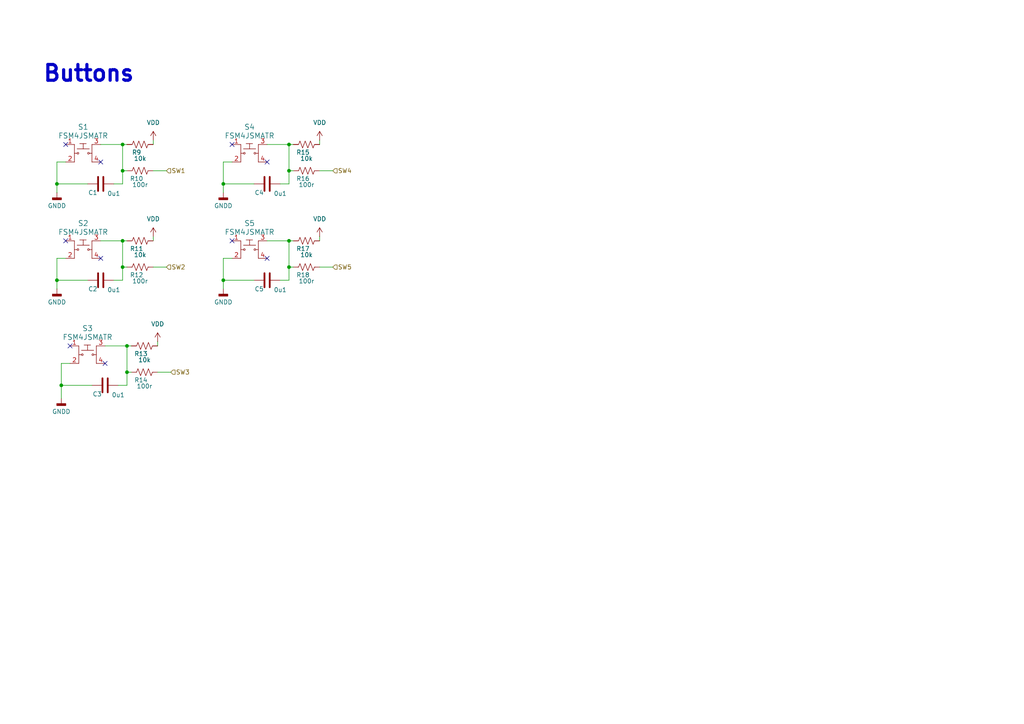
<source format=kicad_sch>
(kicad_sch (version 20250114) (generator "eeschema") (generator_version "9.0")
  (paper "A4")
  (lib_symbols
    (symbol "Device:C" (pin_numbers (hide yes)) (pin_names (offset 0.254))
      (property "Reference" "C" (at 0.635 2.54 0))
      (property "Value" "C" (at 0.635 -2.54 0))
      (symbol "C_0_1"
        (polyline (pts (xy -2.032 0.762) (xy 2.032 0.762)) (stroke (width 0.508)))
        (polyline (pts (xy -2.032 -0.762) (xy 2.032 -0.762)) (stroke (width 0.508)))
      )
      (symbol "C_1_1"
        (pin passive line (at 0 3.81 270) (length 2.794) (name "~") (number "1"))
        (pin passive line (at 0 -3.81 90) (length 2.794) (name "~") (number "2"))
      )
    )
    (symbol "Device:R_US" (pin_numbers (hide yes)) (pin_names (offset 0))
      (property "Reference" "R" (at 2.54 0 90))
      (property "Value" "R_US" (at -2.54 0 90))
      (symbol "R_US_0_1"
        (polyline (pts (xy 0 2.286) (xy 0 2.54)))
        (polyline (pts (xy 0 2.286) (xy 1.016 1.905) (xy 0 1.524) (xy -1.016 1.143) (xy 0 0.762)))
        (polyline (pts (xy 0 0.762) (xy 1.016 0.381) (xy 0 0) (xy -1.016 -0.381) (xy 0 -0.762)))
        (polyline (pts (xy 0 -0.762) (xy 1.016 -1.143) (xy 0 -1.524) (xy -1.016 -1.905) (xy 0 -2.286)))
        (polyline (pts (xy 0 -2.286) (xy 0 -2.54)))
      )
      (symbol "R_US_1_1"
        (pin passive line (at 0 3.81 270) (length 1.27) (name "~") (number "1"))
        (pin passive line (at 0 -3.81 90) (length 1.27) (name "~") (number "2"))
      )
    )
    (symbol "dk_Tactile-Switches:FSM4JSMATR" (pin_names (offset 1.016))
      (property "Reference" "S" (at 0 5.08 0))
      (property "Value" "FSM4JSMATR" (at 0 -5.08 0))
      (symbol "FSM4JSMATR_0_1"
        (polyline (pts (xy -2.54 2.54) (xy -2.54 -2.54)))
        (polyline (pts (xy -1.778 1.27) (xy 1.778 1.27)))
        (polyline (pts (xy -1.778 0) (xy -2.54 0)))
        (circle (center -1.524 0) (radius 0.254))
        (circle (center 1.524 0) (radius 0.254))
        (polyline (pts (xy 2.54 0) (xy 1.778 0)))
        (polyline (pts (xy 2.54 -2.54) (xy 2.54 2.54)))
      )
      (symbol "FSM4JSMATR_1_1"
        (polyline (pts (xy -1.016 2.794) (xy 0.889 2.794)))
        (polyline (pts (xy 0 2.794) (xy 0 1.27)))
        (pin passive line (at -5.08 2.54 0) (length 2.54) (name "~") (number "1"))
        (pin passive line (at -5.08 -2.54 0) (length 2.54) (name "~") (number "2"))
        (pin passive line (at 5.08 2.54 180) (length 2.54) (name "~") (number "3"))
        (pin passive line (at 5.08 -2.54 180) (length 2.54) (name "~") (number "4"))
      )
    )
    (symbol "power:GNDD" (power) (pin_numbers (hide yes)) (pin_names (offset 0) (hide yes))
      (property "Value" "GNDD" (at 0 -3.175 0))
      (symbol "GNDD_0_1"
        (rectangle (start -1.27 -1.524) (end 1.27 -2.032) (stroke (width 0.254)) (fill (type outline)))
        (polyline (pts (xy 0 0) (xy 0 -1.524)))
      )
      (symbol "GNDD_1_1"
        (pin power_in line (at 0 0 270) (length 0) (name "~") (number "1"))
      )
    )
    (symbol "power:VDD" (power) (pin_numbers (hide yes)) (pin_names (offset 0) (hide yes))
      (property "Value" "VDD" (at 0 3.556 0))
      (symbol "VDD_0_1"
        (polyline (pts (xy -0.762 1.27) (xy 0 2.54)))
        (polyline (pts (xy 0 2.54) (xy 0.762 1.27)))
        (polyline (pts (xy 0 0) (xy 0 2.54)))
      )
      (symbol "VDD_1_1"
        (pin power_in line (at 0 0 90) (length 0) (name "~") (number "1"))
      )
    )
  )
  (text "Buttons" (at 12.192 24.13 0) (effects (font (size 4.572 4.572) (thickness 0.9144) (bold yes)) (justify left bottom)))
  (junction (at 64.77 81.28))
  (junction (at 16.51 53.34))
  (junction (at 83.82 41.91))
  (junction (at 83.82 77.47))
  (junction (at 36.83 100.33))
  (junction (at 35.56 77.47))
  (junction (at 35.56 41.91))
  (junction (at 83.82 69.85))
  (junction (at 35.56 69.85))
  (junction (at 16.51 81.28))
  (junction (at 64.77 53.34))
  (junction (at 36.83 107.95))
  (junction (at 83.82 49.53))
  (junction (at 17.78 111.76))
  (junction (at 35.56 49.53))
  (no_connect (at 30.48 105.41))
  (no_connect (at 19.05 69.85))
  (no_connect (at 29.21 46.99))
  (no_connect (at 29.21 74.93))
  (no_connect (at 77.47 46.99))
  (no_connect (at 19.05 41.91))
  (no_connect (at 67.31 41.91))
  (no_connect (at 20.32 100.33))
  (no_connect (at 67.31 69.85))
  (no_connect (at 77.47 74.93))
  (wire (pts (xy 83.82 81.28) (xy 83.82 77.47)))
  (wire (pts (xy 83.82 53.34) (xy 83.82 49.53)))
  (wire (pts (xy 36.83 49.53) (xy 35.56 49.53)))
  (wire (pts (xy 81.28 53.34) (xy 83.82 53.34)))
  (wire (pts (xy 35.56 53.34) (xy 35.56 49.53)))
  (wire (pts (xy 92.71 49.53) (xy 96.52 49.53)))
  (wire (pts (xy 16.51 81.28) (xy 25.4 81.28)))
  (wire (pts (xy 19.05 46.99) (xy 16.51 46.99)))
  (wire (pts (xy 83.82 41.91) (xy 83.82 49.53)))
  (wire (pts (xy 36.83 100.33) (xy 36.83 107.95)))
  (wire (pts (xy 16.51 81.28) (xy 16.51 83.82)))
  (wire (pts (xy 67.31 74.93) (xy 64.77 74.93)))
  (wire (pts (xy 64.77 53.34) (xy 64.77 55.88)))
  (wire (pts (xy 64.77 81.28) (xy 73.66 81.28)))
  (wire (pts (xy 83.82 69.85) (xy 85.09 69.85)))
  (wire (pts (xy 44.45 49.53) (xy 48.26 49.53)))
  (wire (pts (xy 83.82 41.91) (xy 85.09 41.91)))
  (wire (pts (xy 77.47 69.85) (xy 83.82 69.85)))
  (wire (pts (xy 44.45 77.47) (xy 48.26 77.47)))
  (wire (pts (xy 64.77 53.34) (xy 73.66 53.34)))
  (wire (pts (xy 64.77 46.99) (xy 64.77 53.34)))
  (wire (pts (xy 45.72 107.95) (xy 49.53 107.95)))
  (wire (pts (xy 33.02 53.34) (xy 35.56 53.34)))
  (wire (pts (xy 35.56 69.85) (xy 35.56 77.47)))
  (wire (pts (xy 17.78 105.41) (xy 17.78 111.76)))
  (wire (pts (xy 35.56 69.85) (xy 36.83 69.85)))
  (wire (pts (xy 16.51 46.99) (xy 16.51 53.34)))
  (wire (pts (xy 67.31 46.99) (xy 64.77 46.99)))
  (wire (pts (xy 36.83 111.76) (xy 36.83 107.95)))
  (wire (pts (xy 16.51 53.34) (xy 25.4 53.34)))
  (wire (pts (xy 20.32 105.41) (xy 17.78 105.41)))
  (wire (pts (xy 44.45 40.64) (xy 44.45 41.91)))
  (wire (pts (xy 85.09 49.53) (xy 83.82 49.53)))
  (wire (pts (xy 19.05 74.93) (xy 16.51 74.93)))
  (wire (pts (xy 38.1 107.95) (xy 36.83 107.95)))
  (wire (pts (xy 36.83 100.33) (xy 38.1 100.33)))
  (wire (pts (xy 34.29 111.76) (xy 36.83 111.76)))
  (wire (pts (xy 16.51 74.93) (xy 16.51 81.28)))
  (wire (pts (xy 92.71 77.47) (xy 96.52 77.47)))
  (wire (pts (xy 35.56 41.91) (xy 35.56 49.53)))
  (wire (pts (xy 29.21 41.91) (xy 35.56 41.91)))
  (wire (pts (xy 35.56 81.28) (xy 35.56 77.47)))
  (wire (pts (xy 81.28 81.28) (xy 83.82 81.28)))
  (wire (pts (xy 17.78 111.76) (xy 17.78 115.57)))
  (wire (pts (xy 16.51 53.34) (xy 16.51 55.88)))
  (wire (pts (xy 83.82 69.85) (xy 83.82 77.47)))
  (wire (pts (xy 77.47 41.91) (xy 83.82 41.91)))
  (wire (pts (xy 92.71 40.64) (xy 92.71 41.91)))
  (wire (pts (xy 85.09 77.47) (xy 83.82 77.47)))
  (wire (pts (xy 33.02 81.28) (xy 35.56 81.28)))
  (wire (pts (xy 45.72 99.06) (xy 45.72 100.33)))
  (wire (pts (xy 35.56 41.91) (xy 36.83 41.91)))
  (wire (pts (xy 36.83 77.47) (xy 35.56 77.47)))
  (wire (pts (xy 17.78 111.76) (xy 26.67 111.76)))
  (wire (pts (xy 30.48 100.33) (xy 36.83 100.33)))
  (wire (pts (xy 64.77 74.93) (xy 64.77 81.28)))
  (wire (pts (xy 29.21 69.85) (xy 35.56 69.85)))
  (wire (pts (xy 92.71 68.58) (xy 92.71 69.85)))
  (wire (pts (xy 64.77 81.28) (xy 64.77 83.82)))
  (wire (pts (xy 44.45 68.58) (xy 44.45 69.85)))
  (hierarchical_label "SW2" (shape input) (at 48.26 77.47 0))
  (hierarchical_label "SW4" (shape input) (at 96.52 49.53 0))
  (hierarchical_label "SW1" (shape input) (at 48.26 49.53 0))
  (hierarchical_label "SW5" (shape input) (at 96.52 77.47 0))
  (hierarchical_label "SW3" (shape input) (at 49.53 107.95 0))
  (symbol (lib_id "Device:R_US") (at 41.91 107.95 90) (unit 1)
    (property "Reference" "R14" (at 40.894 110.236 90))
    (property "Value" "100r" (at 41.91 112.014 90))
    (property "Footprint" "Resistor_SMD:R_0603_1608Metric" (effects (hide yes)))
    (property "Description" "Resistor, US symbol" (effects (hide yes)))
  )
  (symbol (lib_id "Device:C") (at 77.47 53.34 90) (unit 1)
    (property "Reference" "C4" (at 75.184 55.88 90))
    (property "Value" "0u1" (at 81.28 56.134 90))
    (property "Footprint" "Capacitor_SMD:C_0603_1608Metric" (effects (hide yes)))
    (property "Description" "Unpolarized capacitor" (effects (hide yes)))
  )
  (symbol (lib_id "Device:R_US") (at 88.9 41.91 90) (unit 1)
    (property "Reference" "R15" (at 87.884 44.196 90))
    (property "Value" "10k" (at 88.9 45.974 90))
    (property "Footprint" "Resistor_SMD:R_0603_1608Metric" (effects (hide yes)))
    (property "Description" "Resistor, US symbol" (effects (hide yes)))
  )
  (symbol (lib_id "Device:R_US") (at 88.9 69.85 90) (unit 1)
    (property "Reference" "R17" (at 87.884 72.136 90))
    (property "Value" "10k" (at 88.9 73.914 90))
    (property "Footprint" "Resistor_SMD:R_0603_1608Metric" (effects (hide yes)))
    (property "Description" "Resistor, US symbol" (effects (hide yes)))
  )
  (symbol (lib_id "power:GNDD") (at 64.77 55.88 0) (unit 1)
    (property "Reference" "#PWR011" (effects (hide yes)))
    (property "Value" "GNDD" (at 64.77 59.69 0))
    (property "Description" "Power symbol creates a global label with name \"GNDD\" , digital ground" (effects (hide yes)))
  )
  (symbol (lib_id "Device:C") (at 77.47 81.28 90) (unit 1)
    (property "Reference" "C5" (at 75.184 83.82 90))
    (property "Value" "0u1" (at 81.28 84.074 90))
    (property "Footprint" "Capacitor_SMD:C_0603_1608Metric" (effects (hide yes)))
    (property "Description" "Unpolarized capacitor" (effects (hide yes)))
  )
  (symbol (lib_id "power:VDD") (at 44.45 40.64 0) (unit 1)
    (property "Reference" "#PWR013" (effects (hide yes)))
    (property "Value" "VDD" (at 44.45 35.56 0))
    (property "Description" "Power symbol creates a global label with name \"VDD\"" (effects (hide yes)))
  )
  (symbol (lib_id "dk_Tactile-Switches:FSM4JSMATR") (at 24.13 72.39 0) (unit 1)
    (property "Reference" "S2" (at 24.13 64.77 0) (effects (font (size 1.524 1.524))))
    (property "Value" "FSM4JSMATR" (at 24.13 67.31 0) (effects (font (size 1.524 1.524))))
    (property "Footprint" "digikey-footprints:Switch_Tactile_SMD_6x6mm" (effects (hide yes)))
    (property "Datasheet" "https://www.te.com/commerce/DocumentDelivery/DDEController?Action=srchrtrv&DocNm=2-1437565-7&DocType=Customer+Drawing&DocLang=English" (effects (hide yes)))
    (property "Description" "SWITCH TACTILE SPST-NO 0.05A 24V" (effects (hide yes)))
    (property "Digi-Key_PN" "450-1759-1-ND" (effects (hide yes)))
    (property "MPN" "FSM4JSMATR" (effects (hide yes)))
    (property "Category" "Switches" (effects (hide yes)))
    (property "Family" "Tactile Switches" (effects (hide yes)))
    (property "DK_Datasheet_Link" "https://www.te.com/commerce/DocumentDelivery/DDEController?Action=srchrtrv&DocNm=2-1437565-7&DocType=Customer+Drawing&DocLang=English" (effects (hide yes)))
    (property "DK_Detail_Page" "/product-detail/en/te-connectivity-alcoswitch-switches/FSM4JSMATR/450-1759-1-ND/2271638" (effects (hide yes)))
    (property "Description_1" "SWITCH TACTILE SPST-NO 0.05A 24V" (effects (hide yes)))
    (property "Manufacturer" "TE Connectivity ALCOSWITCH Switches" (effects (hide yes)))
    (property "Status" "Active" (effects (hide yes)))
  )
  (symbol (lib_id "dk_Tactile-Switches:FSM4JSMATR") (at 72.39 44.45 0) (unit 1)
    (property "Reference" "S4" (at 72.39 36.83 0) (effects (font (size 1.524 1.524))))
    (property "Value" "FSM4JSMATR" (at 72.39 39.37 0) (effects (font (size 1.524 1.524))))
    (property "Footprint" "digikey-footprints:Switch_Tactile_SMD_6x6mm" (effects (hide yes)))
    (property "Datasheet" "https://www.te.com/commerce/DocumentDelivery/DDEController?Action=srchrtrv&DocNm=2-1437565-7&DocType=Customer+Drawing&DocLang=English" (effects (hide yes)))
    (property "Description" "SWITCH TACTILE SPST-NO 0.05A 24V" (effects (hide yes)))
    (property "Digi-Key_PN" "450-1759-1-ND" (effects (hide yes)))
    (property "MPN" "FSM4JSMATR" (effects (hide yes)))
    (property "Category" "Switches" (effects (hide yes)))
    (property "Family" "Tactile Switches" (effects (hide yes)))
    (property "DK_Datasheet_Link" "https://www.te.com/commerce/DocumentDelivery/DDEController?Action=srchrtrv&DocNm=2-1437565-7&DocType=Customer+Drawing&DocLang=English" (effects (hide yes)))
    (property "DK_Detail_Page" "/product-detail/en/te-connectivity-alcoswitch-switches/FSM4JSMATR/450-1759-1-ND/2271638" (effects (hide yes)))
    (property "Description_1" "SWITCH TACTILE SPST-NO 0.05A 24V" (effects (hide yes)))
    (property "Manufacturer" "TE Connectivity ALCOSWITCH Switches" (effects (hide yes)))
    (property "Status" "Active" (effects (hide yes)))
  )
  (symbol (lib_id "Device:C") (at 29.21 53.34 90) (unit 1)
    (property "Reference" "C1" (at 26.924 55.88 90))
    (property "Value" "0u1" (at 33.02 56.134 90))
    (property "Footprint" "Capacitor_SMD:C_0603_1608Metric" (effects (hide yes)))
    (property "Description" "Unpolarized capacitor" (effects (hide yes)))
  )
  (symbol (lib_id "power:VDD") (at 44.45 68.58 0) (unit 1)
    (property "Reference" "#PWR014" (effects (hide yes)))
    (property "Value" "VDD" (at 44.45 63.5 0))
    (property "Description" "Power symbol creates a global label with name \"VDD\"" (effects (hide yes)))
  )
  (symbol (lib_id "power:VDD") (at 92.71 40.64 0) (unit 1)
    (property "Reference" "#PWR019" (effects (hide yes)))
    (property "Value" "VDD" (at 92.71 35.56 0))
    (property "Description" "Power symbol creates a global label with name \"VDD\"" (effects (hide yes)))
  )
  (symbol (lib_id "power:GNDD") (at 16.51 83.82 0) (unit 1)
    (property "Reference" "#PWR012" (effects (hide yes)))
    (property "Value" "GNDD" (at 16.51 87.63 0))
    (property "Description" "Power symbol creates a global label with name \"GNDD\" , digital ground" (effects (hide yes)))
  )
  (symbol (lib_id "dk_Tactile-Switches:FSM4JSMATR") (at 24.13 44.45 0) (unit 1)
    (property "Reference" "S1" (at 24.13 36.83 0) (effects (font (size 1.524 1.524))))
    (property "Value" "FSM4JSMATR" (at 24.13 39.37 0) (effects (font (size 1.524 1.524))))
    (property "Footprint" "digikey-footprints:Switch_Tactile_SMD_6x6mm" (effects (hide yes)))
    (property "Datasheet" "https://www.te.com/commerce/DocumentDelivery/DDEController?Action=srchrtrv&DocNm=2-1437565-7&DocType=Customer+Drawing&DocLang=English" (effects (hide yes)))
    (property "Description" "SWITCH TACTILE SPST-NO 0.05A 24V" (effects (hide yes)))
    (property "Digi-Key_PN" "450-1759-1-ND" (effects (hide yes)))
    (property "MPN" "FSM4JSMATR" (effects (hide yes)))
    (property "Category" "Switches" (effects (hide yes)))
    (property "Family" "Tactile Switches" (effects (hide yes)))
    (property "DK_Datasheet_Link" "https://www.te.com/commerce/DocumentDelivery/DDEController?Action=srchrtrv&DocNm=2-1437565-7&DocType=Customer+Drawing&DocLang=English" (effects (hide yes)))
    (property "DK_Detail_Page" "/product-detail/en/te-connectivity-alcoswitch-switches/FSM4JSMATR/450-1759-1-ND/2271638" (effects (hide yes)))
    (property "Description_1" "SWITCH TACTILE SPST-NO 0.05A 24V" (effects (hide yes)))
    (property "Manufacturer" "TE Connectivity ALCOSWITCH Switches" (effects (hide yes)))
    (property "Status" "Active" (effects (hide yes)))
  )
  (symbol (lib_id "power:GNDD") (at 64.77 83.82 0) (unit 1)
    (property "Reference" "#PWR017" (effects (hide yes)))
    (property "Value" "GNDD" (at 64.77 87.63 0))
    (property "Description" "Power symbol creates a global label with name \"GNDD\" , digital ground" (effects (hide yes)))
  )
  (symbol (lib_id "Device:R_US") (at 40.64 69.85 90) (unit 1)
    (property "Reference" "R11" (at 39.624 72.136 90))
    (property "Value" "10k" (at 40.64 73.914 90))
    (property "Footprint" "Resistor_SMD:R_0603_1608Metric" (effects (hide yes)))
    (property "Description" "Resistor, US symbol" (effects (hide yes)))
  )
  (symbol (lib_id "Device:R_US") (at 88.9 77.47 90) (unit 1)
    (property "Reference" "R18" (at 87.884 79.756 90))
    (property "Value" "100r" (at 88.9 81.534 90))
    (property "Footprint" "Resistor_SMD:R_0603_1608Metric" (effects (hide yes)))
    (property "Description" "Resistor, US symbol" (effects (hide yes)))
  )
  (symbol (lib_id "power:VDD") (at 45.72 99.06 0) (unit 1)
    (property "Reference" "#PWR015" (effects (hide yes)))
    (property "Value" "VDD" (at 45.72 93.98 0))
    (property "Description" "Power symbol creates a global label with name \"VDD\"" (effects (hide yes)))
  )
  (symbol (lib_id "Device:R_US") (at 40.64 77.47 90) (unit 1)
    (property "Reference" "R12" (at 39.624 79.756 90))
    (property "Value" "100r" (at 40.64 81.534 90))
    (property "Footprint" "Resistor_SMD:R_0603_1608Metric" (effects (hide yes)))
    (property "Description" "Resistor, US symbol" (effects (hide yes)))
  )
  (symbol (lib_id "Device:C") (at 29.21 81.28 90) (unit 1)
    (property "Reference" "C2" (at 26.924 83.82 90))
    (property "Value" "0u1" (at 33.02 84.074 90))
    (property "Footprint" "Capacitor_SMD:C_0603_1608Metric" (effects (hide yes)))
    (property "Description" "Unpolarized capacitor" (effects (hide yes)))
  )
  (symbol (lib_id "Device:R_US") (at 88.9 49.53 90) (unit 1)
    (property "Reference" "R16" (at 87.884 51.816 90))
    (property "Value" "100r" (at 88.9 53.594 90))
    (property "Footprint" "Resistor_SMD:R_0603_1608Metric" (effects (hide yes)))
    (property "Description" "Resistor, US symbol" (effects (hide yes)))
  )
  (symbol (lib_id "power:GNDD") (at 16.51 55.88 0) (unit 1)
    (property "Reference" "#PWR010" (effects (hide yes)))
    (property "Value" "GNDD" (at 16.51 59.69 0))
    (property "Description" "Power symbol creates a global label with name \"GNDD\" , digital ground" (effects (hide yes)))
  )
  (symbol (lib_id "power:VDD") (at 92.71 68.58 0) (unit 1)
    (property "Reference" "#PWR020" (effects (hide yes)))
    (property "Value" "VDD" (at 92.71 63.5 0))
    (property "Description" "Power symbol creates a global label with name \"VDD\"" (effects (hide yes)))
  )
  (symbol (lib_id "dk_Tactile-Switches:FSM4JSMATR") (at 25.4 102.87 0) (unit 1)
    (property "Reference" "S3" (at 25.4 95.25 0) (effects (font (size 1.524 1.524))))
    (property "Value" "FSM4JSMATR" (at 25.4 97.79 0) (effects (font (size 1.524 1.524))))
    (property "Footprint" "digikey-footprints:Switch_Tactile_SMD_6x6mm" (effects (hide yes)))
    (property "Datasheet" "https://www.te.com/commerce/DocumentDelivery/DDEController?Action=srchrtrv&DocNm=2-1437565-7&DocType=Customer+Drawing&DocLang=English" (effects (hide yes)))
    (property "Description" "SWITCH TACTILE SPST-NO 0.05A 24V" (effects (hide yes)))
    (property "Digi-Key_PN" "450-1759-1-ND" (effects (hide yes)))
    (property "MPN" "FSM4JSMATR" (effects (hide yes)))
    (property "Category" "Switches" (effects (hide yes)))
    (property "Family" "Tactile Switches" (effects (hide yes)))
    (property "DK_Datasheet_Link" "https://www.te.com/commerce/DocumentDelivery/DDEController?Action=srchrtrv&DocNm=2-1437565-7&DocType=Customer+Drawing&DocLang=English" (effects (hide yes)))
    (property "DK_Detail_Page" "/product-detail/en/te-connectivity-alcoswitch-switches/FSM4JSMATR/450-1759-1-ND/2271638" (effects (hide yes)))
    (property "Description_1" "SWITCH TACTILE SPST-NO 0.05A 24V" (effects (hide yes)))
    (property "Manufacturer" "TE Connectivity ALCOSWITCH Switches" (effects (hide yes)))
    (property "Status" "Active" (effects (hide yes)))
  )
  (symbol (lib_id "Device:C") (at 30.48 111.76 90) (unit 1)
    (property "Reference" "C3" (at 28.194 114.3 90))
    (property "Value" "0u1" (at 34.29 114.554 90))
    (property "Footprint" "Capacitor_SMD:C_0603_1608Metric" (effects (hide yes)))
    (property "Description" "Unpolarized capacitor" (effects (hide yes)))
  )
  (symbol (lib_id "power:GNDD") (at 17.78 115.57 0) (unit 1)
    (property "Reference" "#PWR023" (effects (hide yes)))
    (property "Value" "GNDD" (at 17.78 119.38 0))
    (property "Description" "Power symbol creates a global label with name \"GNDD\" , digital ground" (effects (hide yes)))
  )
  (symbol (lib_id "Device:R_US") (at 41.91 100.33 90) (unit 1)
    (property "Reference" "R13" (at 40.894 102.616 90))
    (property "Value" "10k" (at 41.91 104.394 90))
    (property "Footprint" "Resistor_SMD:R_0603_1608Metric" (effects (hide yes)))
    (property "Description" "Resistor, US symbol" (effects (hide yes)))
  )
  (symbol (lib_id "Device:R_US") (at 40.64 41.91 90) (unit 1)
    (property "Reference" "R9" (at 39.624 44.196 90))
    (property "Value" "10k" (at 40.64 45.974 90))
    (property "Footprint" "Resistor_SMD:R_0603_1608Metric" (effects (hide yes)))
    (property "Description" "Resistor, US symbol" (effects (hide yes)))
  )
  (symbol (lib_id "Device:R_US") (at 40.64 49.53 90) (unit 1)
    (property "Reference" "R10" (at 39.624 51.816 90))
    (property "Value" "100r" (at 40.64 53.594 90))
    (property "Footprint" "Resistor_SMD:R_0603_1608Metric" (effects (hide yes)))
    (property "Description" "Resistor, US symbol" (effects (hide yes)))
  )
  (symbol (lib_id "dk_Tactile-Switches:FSM4JSMATR") (at 72.39 72.39 0) (unit 1)
    (property "Reference" "S5" (at 72.39 64.77 0) (effects (font (size 1.524 1.524))))
    (property "Value" "FSM4JSMATR" (at 72.39 67.31 0) (effects (font (size 1.524 1.524))))
    (property "Footprint" "digikey-footprints:Switch_Tactile_SMD_6x6mm" (effects (hide yes)))
    (property "Datasheet" "https://www.te.com/commerce/DocumentDelivery/DDEController?Action=srchrtrv&DocNm=2-1437565-7&DocType=Customer+Drawing&DocLang=English" (effects (hide yes)))
    (property "Description" "SWITCH TACTILE SPST-NO 0.05A 24V" (effects (hide yes)))
    (property "Digi-Key_PN" "450-1759-1-ND" (effects (hide yes)))
    (property "MPN" "FSM4JSMATR" (effects (hide yes)))
    (property "Category" "Switches" (effects (hide yes)))
    (property "Family" "Tactile Switches" (effects (hide yes)))
    (property "DK_Datasheet_Link" "https://www.te.com/commerce/DocumentDelivery/DDEController?Action=srchrtrv&DocNm=2-1437565-7&DocType=Customer+Drawing&DocLang=English" (effects (hide yes)))
    (property "DK_Detail_Page" "/product-detail/en/te-connectivity-alcoswitch-switches/FSM4JSMATR/450-1759-1-ND/2271638" (effects (hide yes)))
    (property "Description_1" "SWITCH TACTILE SPST-NO 0.05A 24V" (effects (hide yes)))
    (property "Manufacturer" "TE Connectivity ALCOSWITCH Switches" (effects (hide yes)))
    (property "Status" "Active" (effects (hide yes)))
  )
)
</source>
